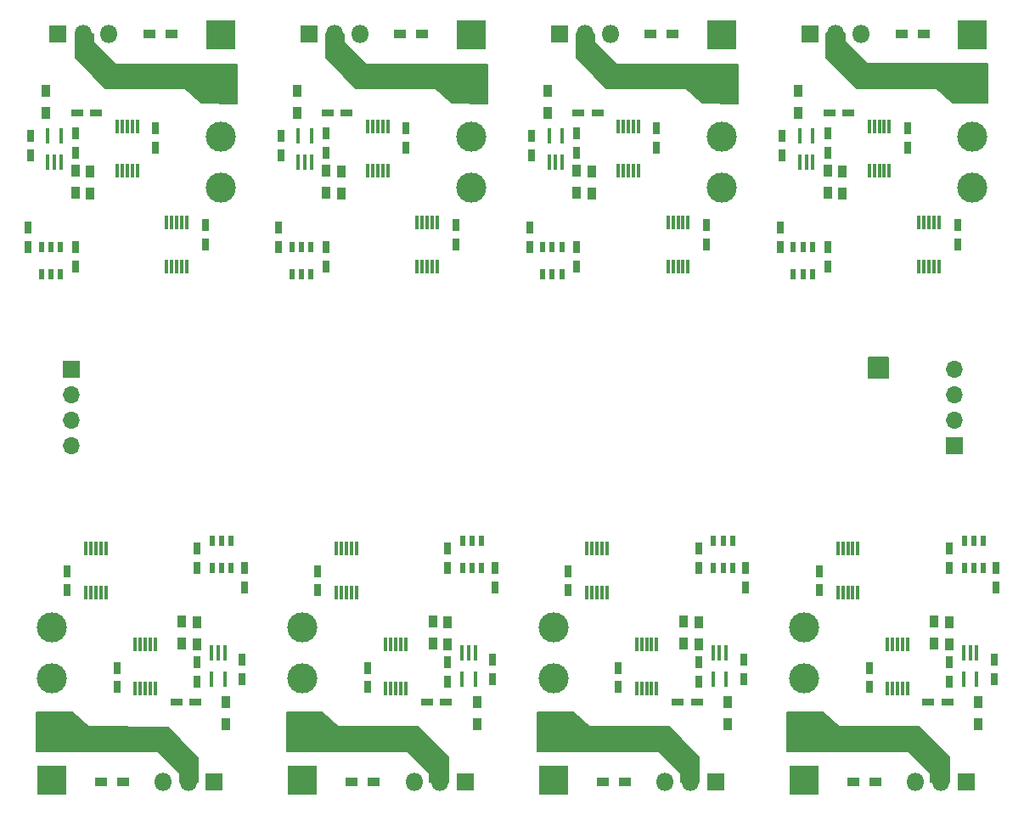
<source format=gbr>
G04 #@! TF.GenerationSoftware,KiCad,Pcbnew,(5.0.0-rc2-dev-206-ge4d512a29)*
G04 #@! TF.CreationDate,2018-03-29T18:07:49+02:00*
G04 #@! TF.ProjectId,Koczon,4B6F637A6F6E2E6B696361645F706362,1*
G04 #@! TF.SameCoordinates,Original*
G04 #@! TF.FileFunction,Soldermask,Top*
G04 #@! TF.FilePolarity,Negative*
%FSLAX46Y46*%
G04 Gerber Fmt 4.6, Leading zero omitted, Abs format (unit mm)*
G04 Created by KiCad (PCBNEW (5.0.0-rc2-dev-206-ge4d512a29)) date 03/29/18 18:07:49*
%MOMM*%
%LPD*%
G01*
G04 APERTURE LIST*
%ADD10C,0.150000*%
%ADD11C,3.000000*%
%ADD12R,3.000000X3.000000*%
%ADD13R,0.750000X1.200000*%
%ADD14R,1.700000X1.700000*%
%ADD15O,1.700000X1.700000*%
%ADD16R,0.300000X1.450000*%
%ADD17O,1.800000X1.800000*%
%ADD18R,1.800000X1.800000*%
%ADD19R,0.600000X1.100000*%
%ADD20R,0.900000X1.200000*%
%ADD21R,1.200000X0.750000*%
%ADD22R,1.200000X0.900000*%
%ADD23R,0.400000X1.500000*%
G04 APERTURE END LIST*
D10*
G36*
X183878000Y-84752906D02*
X185878000Y-84752906D01*
X185878000Y-82752906D01*
X183878000Y-82752906D01*
X183878000Y-84752906D01*
G37*
X183878000Y-84752906D02*
X185878000Y-84752906D01*
X185878000Y-82752906D01*
X183878000Y-82752906D01*
X183878000Y-84752906D01*
G36*
X195808000Y-57379812D02*
X192258000Y-57329812D01*
X190658000Y-55929812D01*
X182708000Y-55879812D01*
X179708000Y-52829812D01*
X179708000Y-50379812D01*
X181508000Y-50429812D01*
X181508000Y-51279812D01*
X183708000Y-53479812D01*
X195808000Y-53479812D01*
X195808000Y-57379812D01*
G37*
X195808000Y-57379812D02*
X192258000Y-57329812D01*
X190658000Y-55929812D01*
X182708000Y-55879812D01*
X179708000Y-52829812D01*
X179708000Y-50379812D01*
X181508000Y-50429812D01*
X181508000Y-51279812D01*
X183708000Y-53479812D01*
X195808000Y-53479812D01*
X195808000Y-57379812D01*
G36*
X170878000Y-57402906D02*
X167328000Y-57352906D01*
X165728000Y-55952906D01*
X157778000Y-55902906D01*
X154778000Y-52852906D01*
X154778000Y-50402906D01*
X156578000Y-50452906D01*
X156578000Y-51302906D01*
X158778000Y-53502906D01*
X170878000Y-53502906D01*
X170878000Y-57402906D01*
G37*
X170878000Y-57402906D02*
X167328000Y-57352906D01*
X165728000Y-55952906D01*
X157778000Y-55902906D01*
X154778000Y-52852906D01*
X154778000Y-50402906D01*
X156578000Y-50452906D01*
X156578000Y-51302906D01*
X158778000Y-53502906D01*
X170878000Y-53502906D01*
X170878000Y-57402906D01*
G36*
X145878000Y-57402906D02*
X142328000Y-57352906D01*
X140728000Y-55952906D01*
X132778000Y-55902906D01*
X129778000Y-52852906D01*
X129778000Y-50402906D01*
X131578000Y-50452906D01*
X131578000Y-51302906D01*
X133778000Y-53502906D01*
X145878000Y-53502906D01*
X145878000Y-57402906D01*
G37*
X145878000Y-57402906D02*
X142328000Y-57352906D01*
X140728000Y-55952906D01*
X132778000Y-55902906D01*
X129778000Y-52852906D01*
X129778000Y-50402906D01*
X131578000Y-50452906D01*
X131578000Y-51302906D01*
X133778000Y-53502906D01*
X145878000Y-53502906D01*
X145878000Y-57402906D01*
G36*
X120928000Y-57402906D02*
X117378000Y-57352906D01*
X115778000Y-55952906D01*
X107828000Y-55902906D01*
X104828000Y-52852906D01*
X104828000Y-50402906D01*
X106628000Y-50452906D01*
X106628000Y-51302906D01*
X108828000Y-53502906D01*
X120928000Y-53502906D01*
X120928000Y-57402906D01*
G37*
X120928000Y-57402906D02*
X117378000Y-57352906D01*
X115778000Y-55952906D01*
X107828000Y-55902906D01*
X104828000Y-52852906D01*
X104828000Y-50402906D01*
X106628000Y-50452906D01*
X106628000Y-51302906D01*
X108828000Y-53502906D01*
X120928000Y-53502906D01*
X120928000Y-57402906D01*
G36*
X175828000Y-118102906D02*
X179378000Y-118152906D01*
X180978000Y-119552906D01*
X188928000Y-119602906D01*
X191928000Y-122652906D01*
X191928000Y-125102906D01*
X190128000Y-125052906D01*
X190128000Y-124202906D01*
X187928000Y-122002906D01*
X175828000Y-122002906D01*
X175828000Y-118102906D01*
G37*
X175828000Y-118102906D02*
X179378000Y-118152906D01*
X180978000Y-119552906D01*
X188928000Y-119602906D01*
X191928000Y-122652906D01*
X191928000Y-125102906D01*
X190128000Y-125052906D01*
X190128000Y-124202906D01*
X187928000Y-122002906D01*
X175828000Y-122002906D01*
X175828000Y-118102906D01*
G36*
X150878000Y-118102906D02*
X154428000Y-118152906D01*
X156028000Y-119552906D01*
X163978000Y-119602906D01*
X166978000Y-122652906D01*
X166978000Y-125102906D01*
X165178000Y-125052906D01*
X165178000Y-124202906D01*
X162978000Y-122002906D01*
X150878000Y-122002906D01*
X150878000Y-118102906D01*
G37*
X150878000Y-118102906D02*
X154428000Y-118152906D01*
X156028000Y-119552906D01*
X163978000Y-119602906D01*
X166978000Y-122652906D01*
X166978000Y-125102906D01*
X165178000Y-125052906D01*
X165178000Y-124202906D01*
X162978000Y-122002906D01*
X150878000Y-122002906D01*
X150878000Y-118102906D01*
G36*
X125878000Y-118102906D02*
X129428000Y-118152906D01*
X131028000Y-119552906D01*
X138978000Y-119602906D01*
X141978000Y-122652906D01*
X141978000Y-125102906D01*
X140178000Y-125052906D01*
X140178000Y-124202906D01*
X137978000Y-122002906D01*
X125878000Y-122002906D01*
X125878000Y-118102906D01*
G37*
X125878000Y-118102906D02*
X129428000Y-118152906D01*
X131028000Y-119552906D01*
X138978000Y-119602906D01*
X141978000Y-122652906D01*
X141978000Y-125102906D01*
X140178000Y-125052906D01*
X140178000Y-124202906D01*
X137978000Y-122002906D01*
X125878000Y-122002906D01*
X125878000Y-118102906D01*
G36*
X100948000Y-118126000D02*
X104498000Y-118176000D01*
X106098000Y-119576000D01*
X114048000Y-119626000D01*
X117048000Y-122676000D01*
X117048000Y-125126000D01*
X115248000Y-125076000D01*
X115248000Y-124226000D01*
X113048000Y-122026000D01*
X100948000Y-122026000D01*
X100948000Y-118126000D01*
G37*
X100948000Y-118126000D02*
X104498000Y-118176000D01*
X106098000Y-119576000D01*
X114048000Y-119626000D01*
X117048000Y-122676000D01*
X117048000Y-125126000D01*
X115248000Y-125076000D01*
X115248000Y-124226000D01*
X113048000Y-122026000D01*
X100948000Y-122026000D01*
X100948000Y-118126000D01*
D11*
X102478000Y-109712906D03*
D12*
X102478000Y-124952906D03*
D11*
X102478000Y-114792906D03*
X102478000Y-119872906D03*
D13*
X116948000Y-115076000D03*
X116948000Y-113176000D03*
D14*
X104448000Y-83926000D03*
D15*
X104448000Y-86466000D03*
X104448000Y-89006000D03*
X104448000Y-91546000D03*
D14*
X192448000Y-91526000D03*
D15*
X192448000Y-88986000D03*
X192448000Y-86446000D03*
X192448000Y-83906000D03*
D13*
X103978000Y-105952906D03*
X103978000Y-104052906D03*
D11*
X127478000Y-109712906D03*
D12*
X127478000Y-124952906D03*
D11*
X127478000Y-114792906D03*
X127478000Y-119872906D03*
D16*
X112778000Y-115752906D03*
X112278000Y-115752906D03*
X111778000Y-115752906D03*
X111278000Y-115752906D03*
X110778000Y-115752906D03*
X110778000Y-111352906D03*
X111278000Y-111352906D03*
X111778000Y-111352906D03*
X112278000Y-111352906D03*
X112778000Y-111352906D03*
D17*
X113598000Y-125052906D03*
X116138000Y-125052906D03*
D18*
X118678000Y-125052906D03*
D19*
X143448000Y-101052906D03*
X144398000Y-101052906D03*
X145348000Y-101052906D03*
X145348000Y-103752906D03*
X144398000Y-103752906D03*
X143448000Y-103752906D03*
D16*
X107848000Y-106176000D03*
X107348000Y-106176000D03*
X106848000Y-106176000D03*
X106348000Y-106176000D03*
X105848000Y-106176000D03*
X105848000Y-101776000D03*
X106348000Y-101776000D03*
X106848000Y-101776000D03*
X107348000Y-101776000D03*
X107848000Y-101776000D03*
D13*
X121648000Y-103776000D03*
X121648000Y-105676000D03*
X121448000Y-112926000D03*
X121448000Y-114826000D03*
X108978000Y-113702906D03*
X108978000Y-115602906D03*
X116948000Y-101826000D03*
X116948000Y-103726000D03*
D20*
X119848000Y-117126000D03*
X119848000Y-119326000D03*
D21*
X116778000Y-117102906D03*
X114878000Y-117102906D03*
D13*
X146648000Y-103776000D03*
X146648000Y-105676000D03*
X146448000Y-112926000D03*
X146448000Y-114826000D03*
X133978000Y-113702906D03*
X133978000Y-115602906D03*
X141948000Y-101826000D03*
X141948000Y-103726000D03*
X141948000Y-115076000D03*
X141948000Y-113176000D03*
X128978000Y-105952906D03*
X128978000Y-104052906D03*
D21*
X141778000Y-117102906D03*
X139878000Y-117102906D03*
D13*
X171648000Y-103776000D03*
X171648000Y-105676000D03*
X171448000Y-112926000D03*
X171448000Y-114826000D03*
X158978000Y-113702906D03*
X158978000Y-115602906D03*
X166948000Y-101826000D03*
X166948000Y-103726000D03*
X166948000Y-115076000D03*
X166948000Y-113176000D03*
X153978000Y-105952906D03*
X153978000Y-104052906D03*
D21*
X166778000Y-117102906D03*
X164878000Y-117102906D03*
D13*
X196648000Y-103776000D03*
X196648000Y-105676000D03*
X196448000Y-112926000D03*
X196448000Y-114826000D03*
X183978000Y-113702906D03*
X183978000Y-115602906D03*
X191948000Y-101826000D03*
X191948000Y-103726000D03*
X191948000Y-115076000D03*
X191948000Y-113176000D03*
X178978000Y-105952906D03*
X178978000Y-104052906D03*
D21*
X191778000Y-117102906D03*
X189878000Y-117102906D03*
D13*
X175110142Y-71729812D03*
X175110142Y-69829812D03*
X175310142Y-62579812D03*
X175310142Y-60679812D03*
X187780142Y-61802906D03*
X187780142Y-59902906D03*
X179810142Y-73679812D03*
X179810142Y-71779812D03*
X179810142Y-60429812D03*
X179810142Y-62329812D03*
X192780142Y-69552906D03*
X192780142Y-71452906D03*
D21*
X179980142Y-58402906D03*
X181880142Y-58402906D03*
D13*
X150110142Y-71729812D03*
X150110142Y-69829812D03*
X150310142Y-62579812D03*
X150310142Y-60679812D03*
X162780142Y-61802906D03*
X162780142Y-59902906D03*
X154810142Y-73679812D03*
X154810142Y-71779812D03*
X154810142Y-60429812D03*
X154810142Y-62329812D03*
X167780142Y-69552906D03*
X167780142Y-71452906D03*
D21*
X154980142Y-58402906D03*
X156880142Y-58402906D03*
D13*
X125110142Y-71729812D03*
X125110142Y-69829812D03*
X125310142Y-62579812D03*
X125310142Y-60679812D03*
X137780142Y-61802906D03*
X137780142Y-59902906D03*
X129810142Y-73679812D03*
X129810142Y-71779812D03*
X129810142Y-60429812D03*
X129810142Y-62329812D03*
X142780142Y-69552906D03*
X142780142Y-71452906D03*
D21*
X129980142Y-58402906D03*
X131880142Y-58402906D03*
D13*
X100110142Y-71729812D03*
X100110142Y-69829812D03*
X100310142Y-62579812D03*
X100310142Y-60679812D03*
X112780142Y-61802906D03*
X112780142Y-59902906D03*
X104810142Y-73679812D03*
X104810142Y-71779812D03*
X104810142Y-60429812D03*
X104810142Y-62329812D03*
X117780142Y-69552906D03*
X117780142Y-71452906D03*
D21*
X104980142Y-58402906D03*
X106880142Y-58402906D03*
D19*
X118448000Y-101052906D03*
X119398000Y-101052906D03*
X120348000Y-101052906D03*
X120348000Y-103752906D03*
X119398000Y-103752906D03*
X118448000Y-103752906D03*
X168448000Y-101052906D03*
X169398000Y-101052906D03*
X170348000Y-101052906D03*
X170348000Y-103752906D03*
X169398000Y-103752906D03*
X168448000Y-103752906D03*
X193448000Y-101052906D03*
X194398000Y-101052906D03*
X195348000Y-101052906D03*
X195348000Y-103752906D03*
X194398000Y-103752906D03*
X193448000Y-103752906D03*
X178310142Y-74452906D03*
X177360142Y-74452906D03*
X176410142Y-74452906D03*
X176410142Y-71752906D03*
X177360142Y-71752906D03*
X178310142Y-71752906D03*
X153310142Y-74452906D03*
X152360142Y-74452906D03*
X151410142Y-74452906D03*
X151410142Y-71752906D03*
X152360142Y-71752906D03*
X153310142Y-71752906D03*
X128310142Y-74452906D03*
X127360142Y-74452906D03*
X126410142Y-74452906D03*
X126410142Y-71752906D03*
X127360142Y-71752906D03*
X128310142Y-71752906D03*
X103310142Y-74452906D03*
X102360142Y-74452906D03*
X101410142Y-74452906D03*
X101410142Y-71752906D03*
X102360142Y-71752906D03*
X103310142Y-71752906D03*
D16*
X132848000Y-106176000D03*
X132348000Y-106176000D03*
X131848000Y-106176000D03*
X131348000Y-106176000D03*
X130848000Y-106176000D03*
X130848000Y-101776000D03*
X131348000Y-101776000D03*
X131848000Y-101776000D03*
X132348000Y-101776000D03*
X132848000Y-101776000D03*
X137778000Y-115752906D03*
X137278000Y-115752906D03*
X136778000Y-115752906D03*
X136278000Y-115752906D03*
X135778000Y-115752906D03*
X135778000Y-111352906D03*
X136278000Y-111352906D03*
X136778000Y-111352906D03*
X137278000Y-111352906D03*
X137778000Y-111352906D03*
X157848000Y-106176000D03*
X157348000Y-106176000D03*
X156848000Y-106176000D03*
X156348000Y-106176000D03*
X155848000Y-106176000D03*
X155848000Y-101776000D03*
X156348000Y-101776000D03*
X156848000Y-101776000D03*
X157348000Y-101776000D03*
X157848000Y-101776000D03*
X162778000Y-115752906D03*
X162278000Y-115752906D03*
X161778000Y-115752906D03*
X161278000Y-115752906D03*
X160778000Y-115752906D03*
X160778000Y-111352906D03*
X161278000Y-111352906D03*
X161778000Y-111352906D03*
X162278000Y-111352906D03*
X162778000Y-111352906D03*
X182848000Y-106176000D03*
X182348000Y-106176000D03*
X181848000Y-106176000D03*
X181348000Y-106176000D03*
X180848000Y-106176000D03*
X180848000Y-101776000D03*
X181348000Y-101776000D03*
X181848000Y-101776000D03*
X182348000Y-101776000D03*
X182848000Y-101776000D03*
X187778000Y-115752906D03*
X187278000Y-115752906D03*
X186778000Y-115752906D03*
X186278000Y-115752906D03*
X185778000Y-115752906D03*
X185778000Y-111352906D03*
X186278000Y-111352906D03*
X186778000Y-111352906D03*
X187278000Y-111352906D03*
X187778000Y-111352906D03*
X188910142Y-69329812D03*
X189410142Y-69329812D03*
X189910142Y-69329812D03*
X190410142Y-69329812D03*
X190910142Y-69329812D03*
X190910142Y-73729812D03*
X190410142Y-73729812D03*
X189910142Y-73729812D03*
X189410142Y-73729812D03*
X188910142Y-73729812D03*
X183980142Y-59752906D03*
X184480142Y-59752906D03*
X184980142Y-59752906D03*
X185480142Y-59752906D03*
X185980142Y-59752906D03*
X185980142Y-64152906D03*
X185480142Y-64152906D03*
X184980142Y-64152906D03*
X184480142Y-64152906D03*
X183980142Y-64152906D03*
X163910142Y-69329812D03*
X164410142Y-69329812D03*
X164910142Y-69329812D03*
X165410142Y-69329812D03*
X165910142Y-69329812D03*
X165910142Y-73729812D03*
X165410142Y-73729812D03*
X164910142Y-73729812D03*
X164410142Y-73729812D03*
X163910142Y-73729812D03*
X158980142Y-59752906D03*
X159480142Y-59752906D03*
X159980142Y-59752906D03*
X160480142Y-59752906D03*
X160980142Y-59752906D03*
X160980142Y-64152906D03*
X160480142Y-64152906D03*
X159980142Y-64152906D03*
X159480142Y-64152906D03*
X158980142Y-64152906D03*
X138910142Y-69329812D03*
X139410142Y-69329812D03*
X139910142Y-69329812D03*
X140410142Y-69329812D03*
X140910142Y-69329812D03*
X140910142Y-73729812D03*
X140410142Y-73729812D03*
X139910142Y-73729812D03*
X139410142Y-73729812D03*
X138910142Y-73729812D03*
X133980142Y-59752906D03*
X134480142Y-59752906D03*
X134980142Y-59752906D03*
X135480142Y-59752906D03*
X135980142Y-59752906D03*
X135980142Y-64152906D03*
X135480142Y-64152906D03*
X134980142Y-64152906D03*
X134480142Y-64152906D03*
X133980142Y-64152906D03*
X113910142Y-69329812D03*
X114410142Y-69329812D03*
X114910142Y-69329812D03*
X115410142Y-69329812D03*
X115910142Y-69329812D03*
X115910142Y-73729812D03*
X115410142Y-73729812D03*
X114910142Y-73729812D03*
X114410142Y-73729812D03*
X113910142Y-73729812D03*
X108980142Y-59752906D03*
X109480142Y-59752906D03*
X109980142Y-59752906D03*
X110480142Y-59752906D03*
X110980142Y-59752906D03*
X110980142Y-64152906D03*
X110480142Y-64152906D03*
X109980142Y-64152906D03*
X109480142Y-64152906D03*
X108980142Y-64152906D03*
D11*
X152478000Y-109712906D03*
D12*
X152478000Y-124952906D03*
D11*
X152478000Y-114792906D03*
X152478000Y-119872906D03*
X177478000Y-109712906D03*
D12*
X177478000Y-124952906D03*
D11*
X177478000Y-114792906D03*
X177478000Y-119872906D03*
X194280142Y-65792906D03*
D12*
X194280142Y-50552906D03*
D11*
X194280142Y-60712906D03*
X194280142Y-55632906D03*
X169280142Y-65792906D03*
D12*
X169280142Y-50552906D03*
D11*
X169280142Y-60712906D03*
X169280142Y-55632906D03*
X144280142Y-65792906D03*
D12*
X144280142Y-50552906D03*
D11*
X144280142Y-60712906D03*
X144280142Y-55632906D03*
X119280142Y-65792906D03*
D12*
X119280142Y-50552906D03*
D11*
X119280142Y-60712906D03*
X119280142Y-55632906D03*
D17*
X138598000Y-125052906D03*
X141138000Y-125052906D03*
D18*
X143678000Y-125052906D03*
D17*
X163598000Y-125052906D03*
X166138000Y-125052906D03*
D18*
X168678000Y-125052906D03*
D17*
X188598000Y-125052906D03*
X191138000Y-125052906D03*
D18*
X193678000Y-125052906D03*
D17*
X183160142Y-50452906D03*
X180620142Y-50452906D03*
D18*
X178080142Y-50452906D03*
D17*
X158160142Y-50452906D03*
X155620142Y-50452906D03*
D18*
X153080142Y-50452906D03*
D17*
X133160142Y-50452906D03*
X130620142Y-50452906D03*
D18*
X128080142Y-50452906D03*
D17*
X108160142Y-50452906D03*
X105620142Y-50452906D03*
D18*
X103080142Y-50452906D03*
D20*
X141948000Y-111352906D03*
X141948000Y-109152906D03*
X144848000Y-117126000D03*
X144848000Y-119326000D03*
D22*
X134578000Y-125052906D03*
X132378000Y-125052906D03*
D20*
X166948000Y-111352906D03*
X166948000Y-109152906D03*
X169848000Y-117126000D03*
X169848000Y-119326000D03*
D22*
X159578000Y-125052906D03*
X157378000Y-125052906D03*
D20*
X191948000Y-111352906D03*
X191948000Y-109152906D03*
X194848000Y-117126000D03*
X194848000Y-119326000D03*
D22*
X184578000Y-125052906D03*
X182378000Y-125052906D03*
D20*
X179810142Y-64152906D03*
X179810142Y-66352906D03*
X176910142Y-58379812D03*
X176910142Y-56179812D03*
D22*
X187180142Y-50452906D03*
X189380142Y-50452906D03*
D20*
X154810142Y-64152906D03*
X154810142Y-66352906D03*
X151910142Y-58379812D03*
X151910142Y-56179812D03*
D22*
X162180142Y-50452906D03*
X164380142Y-50452906D03*
D20*
X129810142Y-64152906D03*
X129810142Y-66352906D03*
X126910142Y-58379812D03*
X126910142Y-56179812D03*
D22*
X137180142Y-50452906D03*
X139380142Y-50452906D03*
D20*
X104810142Y-64152906D03*
X104810142Y-66352906D03*
X101910142Y-58379812D03*
X101910142Y-56179812D03*
D22*
X112180142Y-50452906D03*
X114380142Y-50452906D03*
D23*
X144698000Y-114856000D03*
X143398000Y-114856000D03*
X143398000Y-112196000D03*
X144048000Y-112196000D03*
X144698000Y-112196000D03*
X169698000Y-114856000D03*
X168398000Y-114856000D03*
X168398000Y-112196000D03*
X169048000Y-112196000D03*
X169698000Y-112196000D03*
X194698000Y-114856000D03*
X193398000Y-114856000D03*
X193398000Y-112196000D03*
X194048000Y-112196000D03*
X194698000Y-112196000D03*
X177060142Y-60649812D03*
X178360142Y-60649812D03*
X178360142Y-63309812D03*
X177710142Y-63309812D03*
X177060142Y-63309812D03*
X152060142Y-60649812D03*
X153360142Y-60649812D03*
X153360142Y-63309812D03*
X152710142Y-63309812D03*
X152060142Y-63309812D03*
X127060142Y-60649812D03*
X128360142Y-60649812D03*
X128360142Y-63309812D03*
X127710142Y-63309812D03*
X127060142Y-63309812D03*
X102060142Y-60649812D03*
X103360142Y-60649812D03*
X103360142Y-63309812D03*
X102710142Y-63309812D03*
X102060142Y-63309812D03*
D20*
X116948000Y-111352906D03*
X116948000Y-109152906D03*
D22*
X109578000Y-125052906D03*
X107378000Y-125052906D03*
D23*
X119698000Y-114856000D03*
X118398000Y-114856000D03*
X118398000Y-112196000D03*
X119048000Y-112196000D03*
X119698000Y-112196000D03*
D20*
X115448000Y-111326000D03*
X115448000Y-109126000D03*
X140448000Y-111326000D03*
X140448000Y-109126000D03*
X165448000Y-111326000D03*
X165448000Y-109126000D03*
X190448000Y-111326000D03*
X190448000Y-109126000D03*
X181310142Y-64179812D03*
X181310142Y-66379812D03*
X156310142Y-64179812D03*
X156310142Y-66379812D03*
X131310142Y-64179812D03*
X131310142Y-66379812D03*
X106310142Y-64179812D03*
X106310142Y-66379812D03*
M02*

</source>
